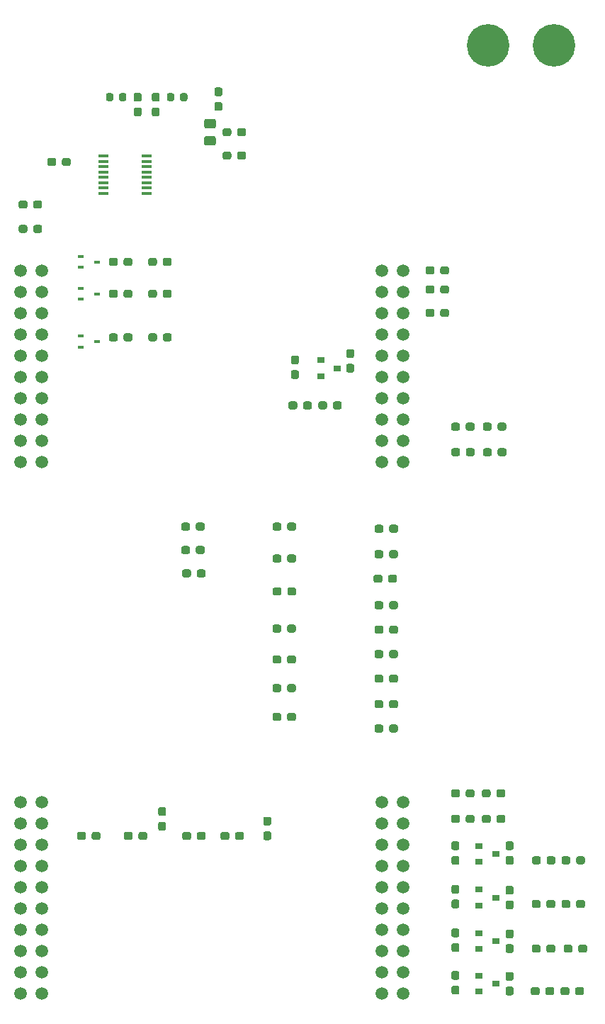
<source format=gbr>
%TF.GenerationSoftware,KiCad,Pcbnew,(5.1.6)-1*%
%TF.CreationDate,2021-12-02T00:23:03-06:00*%
%TF.ProjectId,SRA_Sensor_Board(connector_on_board),5352415f-5365-46e7-936f-725f426f6172,rev?*%
%TF.SameCoordinates,Original*%
%TF.FileFunction,Paste,Top*%
%TF.FilePolarity,Positive*%
%FSLAX46Y46*%
G04 Gerber Fmt 4.6, Leading zero omitted, Abs format (unit mm)*
G04 Created by KiCad (PCBNEW (5.1.6)-1) date 2021-12-02 00:23:03*
%MOMM*%
%LPD*%
G01*
G04 APERTURE LIST*
%ADD10C,1.520000*%
%ADD11C,5.080000*%
%ADD12R,0.900000X0.800000*%
%ADD13R,1.200000X0.400000*%
%ADD14R,0.700000X0.450000*%
G04 APERTURE END LIST*
D10*
%TO.C,U3*%
X88392000Y-136906000D03*
X85852000Y-131826000D03*
X42672000Y-70866000D03*
X88392000Y-121666000D03*
X85852000Y-119126000D03*
X88392000Y-124206000D03*
X88392000Y-129286000D03*
X88392000Y-134366000D03*
X42672000Y-73406000D03*
X85852000Y-139446000D03*
X88392000Y-131826000D03*
X88392000Y-139446000D03*
X85852000Y-116586000D03*
X42672000Y-75946000D03*
X85852000Y-121666000D03*
X85852000Y-124206000D03*
X85852000Y-134366000D03*
X88392000Y-126746000D03*
X85852000Y-129286000D03*
X45212000Y-53086000D03*
X85852000Y-136906000D03*
X88392000Y-116586000D03*
X88392000Y-119126000D03*
X85852000Y-126746000D03*
X85852000Y-70866000D03*
X85852000Y-65786000D03*
X42672000Y-55626000D03*
X45212000Y-70866000D03*
X88392000Y-53086000D03*
X88392000Y-63246000D03*
X88392000Y-70866000D03*
X85852000Y-73406000D03*
X42672000Y-65786000D03*
X85852000Y-60706000D03*
X85852000Y-53086000D03*
X85852000Y-58166000D03*
X85852000Y-63246000D03*
X88392000Y-55626000D03*
X42672000Y-53086000D03*
X45212000Y-55626000D03*
X45212000Y-58166000D03*
X85852000Y-68326000D03*
X88392000Y-60706000D03*
X45212000Y-60706000D03*
X88392000Y-73406000D03*
X42672000Y-68326000D03*
X42672000Y-60706000D03*
X85852000Y-55626000D03*
X42672000Y-58166000D03*
X45212000Y-63246000D03*
X45212000Y-65786000D03*
X45212000Y-73406000D03*
X88392000Y-68326000D03*
X85852000Y-75946000D03*
X88392000Y-75946000D03*
X42672000Y-63246000D03*
X45212000Y-68326000D03*
X88392000Y-58166000D03*
X45212000Y-75946000D03*
X88392000Y-65786000D03*
X45212000Y-124206000D03*
X45212000Y-139446000D03*
X45212000Y-131826000D03*
X45212000Y-134366000D03*
X45212000Y-136906000D03*
X45212000Y-126746000D03*
X45212000Y-129286000D03*
X42672000Y-134366000D03*
X42672000Y-124206000D03*
X42672000Y-121666000D03*
X45212000Y-119126000D03*
X42672000Y-126746000D03*
X45212000Y-116586000D03*
X42672000Y-119126000D03*
X42672000Y-131826000D03*
X42672000Y-116586000D03*
X42672000Y-139446000D03*
X45212000Y-121666000D03*
X42672000Y-136906000D03*
X42672000Y-129286000D03*
%TD*%
D11*
%TO.C,Conn1*%
X106426000Y-26187400D03*
X98552000Y-26187400D03*
%TD*%
%TO.C,C9*%
G36*
G01*
X53726500Y-32128750D02*
X53726500Y-32641250D01*
G75*
G02*
X53507750Y-32860000I-218750J0D01*
G01*
X53070250Y-32860000D01*
G75*
G02*
X52851500Y-32641250I0J218750D01*
G01*
X52851500Y-32128750D01*
G75*
G02*
X53070250Y-31910000I218750J0D01*
G01*
X53507750Y-31910000D01*
G75*
G02*
X53726500Y-32128750I0J-218750D01*
G01*
G37*
G36*
G01*
X55301500Y-32128750D02*
X55301500Y-32641250D01*
G75*
G02*
X55082750Y-32860000I-218750J0D01*
G01*
X54645250Y-32860000D01*
G75*
G02*
X54426500Y-32641250I0J218750D01*
G01*
X54426500Y-32128750D01*
G75*
G02*
X54645250Y-31910000I218750J0D01*
G01*
X55082750Y-31910000D01*
G75*
G02*
X55301500Y-32128750I0J-218750D01*
G01*
G37*
%TD*%
%TO.C,C8*%
G36*
G01*
X61716500Y-32641250D02*
X61716500Y-32128750D01*
G75*
G02*
X61935250Y-31910000I218750J0D01*
G01*
X62372750Y-31910000D01*
G75*
G02*
X62591500Y-32128750I0J-218750D01*
G01*
X62591500Y-32641250D01*
G75*
G02*
X62372750Y-32860000I-218750J0D01*
G01*
X61935250Y-32860000D01*
G75*
G02*
X61716500Y-32641250I0J218750D01*
G01*
G37*
G36*
G01*
X60141500Y-32641250D02*
X60141500Y-32128750D01*
G75*
G02*
X60360250Y-31910000I218750J0D01*
G01*
X60797750Y-31910000D01*
G75*
G02*
X61016500Y-32128750I0J-218750D01*
G01*
X61016500Y-32641250D01*
G75*
G02*
X60797750Y-32860000I-218750J0D01*
G01*
X60360250Y-32860000D01*
G75*
G02*
X60141500Y-32641250I0J218750D01*
G01*
G37*
%TD*%
%TO.C,C1*%
G36*
G01*
X49400000Y-120887500D02*
X49400000Y-120412500D01*
G75*
G02*
X49637500Y-120175000I237500J0D01*
G01*
X50212500Y-120175000D01*
G75*
G02*
X50450000Y-120412500I0J-237500D01*
G01*
X50450000Y-120887500D01*
G75*
G02*
X50212500Y-121125000I-237500J0D01*
G01*
X49637500Y-121125000D01*
G75*
G02*
X49400000Y-120887500I0J237500D01*
G01*
G37*
G36*
G01*
X51150000Y-120887500D02*
X51150000Y-120412500D01*
G75*
G02*
X51387500Y-120175000I237500J0D01*
G01*
X51962500Y-120175000D01*
G75*
G02*
X52200000Y-120412500I0J-237500D01*
G01*
X52200000Y-120887500D01*
G75*
G02*
X51962500Y-121125000I-237500J0D01*
G01*
X51387500Y-121125000D01*
G75*
G02*
X51150000Y-120887500I0J237500D01*
G01*
G37*
%TD*%
%TO.C,C2*%
G36*
G01*
X63723000Y-120887500D02*
X63723000Y-120412500D01*
G75*
G02*
X63960500Y-120175000I237500J0D01*
G01*
X64535500Y-120175000D01*
G75*
G02*
X64773000Y-120412500I0J-237500D01*
G01*
X64773000Y-120887500D01*
G75*
G02*
X64535500Y-121125000I-237500J0D01*
G01*
X63960500Y-121125000D01*
G75*
G02*
X63723000Y-120887500I0J237500D01*
G01*
G37*
G36*
G01*
X61973000Y-120887500D02*
X61973000Y-120412500D01*
G75*
G02*
X62210500Y-120175000I237500J0D01*
G01*
X62785500Y-120175000D01*
G75*
G02*
X63023000Y-120412500I0J-237500D01*
G01*
X63023000Y-120887500D01*
G75*
G02*
X62785500Y-121125000I-237500J0D01*
G01*
X62210500Y-121125000D01*
G75*
G02*
X61973000Y-120887500I0J237500D01*
G01*
G37*
%TD*%
%TO.C,C3*%
G36*
G01*
X56038000Y-120412500D02*
X56038000Y-120887500D01*
G75*
G02*
X55800500Y-121125000I-237500J0D01*
G01*
X55225500Y-121125000D01*
G75*
G02*
X54988000Y-120887500I0J237500D01*
G01*
X54988000Y-120412500D01*
G75*
G02*
X55225500Y-120175000I237500J0D01*
G01*
X55800500Y-120175000D01*
G75*
G02*
X56038000Y-120412500I0J-237500D01*
G01*
G37*
G36*
G01*
X57788000Y-120412500D02*
X57788000Y-120887500D01*
G75*
G02*
X57550500Y-121125000I-237500J0D01*
G01*
X56975500Y-121125000D01*
G75*
G02*
X56738000Y-120887500I0J237500D01*
G01*
X56738000Y-120412500D01*
G75*
G02*
X56975500Y-120175000I237500J0D01*
G01*
X57550500Y-120175000D01*
G75*
G02*
X57788000Y-120412500I0J-237500D01*
G01*
G37*
%TD*%
%TO.C,C4*%
G36*
G01*
X69345000Y-120412500D02*
X69345000Y-120887500D01*
G75*
G02*
X69107500Y-121125000I-237500J0D01*
G01*
X68532500Y-121125000D01*
G75*
G02*
X68295000Y-120887500I0J237500D01*
G01*
X68295000Y-120412500D01*
G75*
G02*
X68532500Y-120175000I237500J0D01*
G01*
X69107500Y-120175000D01*
G75*
G02*
X69345000Y-120412500I0J-237500D01*
G01*
G37*
G36*
G01*
X67595000Y-120412500D02*
X67595000Y-120887500D01*
G75*
G02*
X67357500Y-121125000I-237500J0D01*
G01*
X66782500Y-121125000D01*
G75*
G02*
X66545000Y-120887500I0J237500D01*
G01*
X66545000Y-120412500D01*
G75*
G02*
X66782500Y-120175000I237500J0D01*
G01*
X67357500Y-120175000D01*
G75*
G02*
X67595000Y-120412500I0J-237500D01*
G01*
G37*
%TD*%
%TO.C,C5*%
G36*
G01*
X66056500Y-31225000D02*
X66531500Y-31225000D01*
G75*
G02*
X66769000Y-31462500I0J-237500D01*
G01*
X66769000Y-32037500D01*
G75*
G02*
X66531500Y-32275000I-237500J0D01*
G01*
X66056500Y-32275000D01*
G75*
G02*
X65819000Y-32037500I0J237500D01*
G01*
X65819000Y-31462500D01*
G75*
G02*
X66056500Y-31225000I237500J0D01*
G01*
G37*
G36*
G01*
X66056500Y-32975000D02*
X66531500Y-32975000D01*
G75*
G02*
X66769000Y-33212500I0J-237500D01*
G01*
X66769000Y-33787500D01*
G75*
G02*
X66531500Y-34025000I-237500J0D01*
G01*
X66056500Y-34025000D01*
G75*
G02*
X65819000Y-33787500I0J237500D01*
G01*
X65819000Y-33212500D01*
G75*
G02*
X66056500Y-32975000I237500J0D01*
G01*
G37*
%TD*%
%TO.C,C6*%
G36*
G01*
X66785000Y-39607500D02*
X66785000Y-39132500D01*
G75*
G02*
X67022500Y-38895000I237500J0D01*
G01*
X67597500Y-38895000D01*
G75*
G02*
X67835000Y-39132500I0J-237500D01*
G01*
X67835000Y-39607500D01*
G75*
G02*
X67597500Y-39845000I-237500J0D01*
G01*
X67022500Y-39845000D01*
G75*
G02*
X66785000Y-39607500I0J237500D01*
G01*
G37*
G36*
G01*
X68535000Y-39607500D02*
X68535000Y-39132500D01*
G75*
G02*
X68772500Y-38895000I237500J0D01*
G01*
X69347500Y-38895000D01*
G75*
G02*
X69585000Y-39132500I0J-237500D01*
G01*
X69585000Y-39607500D01*
G75*
G02*
X69347500Y-39845000I-237500J0D01*
G01*
X68772500Y-39845000D01*
G75*
G02*
X68535000Y-39607500I0J237500D01*
G01*
G37*
%TD*%
%TO.C,C7*%
G36*
G01*
X68535000Y-36813500D02*
X68535000Y-36338500D01*
G75*
G02*
X68772500Y-36101000I237500J0D01*
G01*
X69347500Y-36101000D01*
G75*
G02*
X69585000Y-36338500I0J-237500D01*
G01*
X69585000Y-36813500D01*
G75*
G02*
X69347500Y-37051000I-237500J0D01*
G01*
X68772500Y-37051000D01*
G75*
G02*
X68535000Y-36813500I0J237500D01*
G01*
G37*
G36*
G01*
X66785000Y-36813500D02*
X66785000Y-36338500D01*
G75*
G02*
X67022500Y-36101000I237500J0D01*
G01*
X67597500Y-36101000D01*
G75*
G02*
X67835000Y-36338500I0J-237500D01*
G01*
X67835000Y-36813500D01*
G75*
G02*
X67597500Y-37051000I-237500J0D01*
G01*
X67022500Y-37051000D01*
G75*
G02*
X66785000Y-36813500I0J237500D01*
G01*
G37*
%TD*%
%TO.C,C10*%
G36*
G01*
X46894000Y-39894500D02*
X46894000Y-40369500D01*
G75*
G02*
X46656500Y-40607000I-237500J0D01*
G01*
X46081500Y-40607000D01*
G75*
G02*
X45844000Y-40369500I0J237500D01*
G01*
X45844000Y-39894500D01*
G75*
G02*
X46081500Y-39657000I237500J0D01*
G01*
X46656500Y-39657000D01*
G75*
G02*
X46894000Y-39894500I0J-237500D01*
G01*
G37*
G36*
G01*
X48644000Y-39894500D02*
X48644000Y-40369500D01*
G75*
G02*
X48406500Y-40607000I-237500J0D01*
G01*
X47831500Y-40607000D01*
G75*
G02*
X47594000Y-40369500I0J237500D01*
G01*
X47594000Y-39894500D01*
G75*
G02*
X47831500Y-39657000I237500J0D01*
G01*
X48406500Y-39657000D01*
G75*
G02*
X48644000Y-39894500I0J-237500D01*
G01*
G37*
%TD*%
%TO.C,D1*%
G36*
G01*
X73804000Y-102759500D02*
X73804000Y-103234500D01*
G75*
G02*
X73566500Y-103472000I-237500J0D01*
G01*
X72991500Y-103472000D01*
G75*
G02*
X72754000Y-103234500I0J237500D01*
G01*
X72754000Y-102759500D01*
G75*
G02*
X72991500Y-102522000I237500J0D01*
G01*
X73566500Y-102522000D01*
G75*
G02*
X73804000Y-102759500I0J-237500D01*
G01*
G37*
G36*
G01*
X75554000Y-102759500D02*
X75554000Y-103234500D01*
G75*
G02*
X75316500Y-103472000I-237500J0D01*
G01*
X74741500Y-103472000D01*
G75*
G02*
X74504000Y-103234500I0J237500D01*
G01*
X74504000Y-102759500D01*
G75*
G02*
X74741500Y-102522000I237500J0D01*
G01*
X75316500Y-102522000D01*
G75*
G02*
X75554000Y-102759500I0J-237500D01*
G01*
G37*
%TD*%
%TO.C,D2*%
G36*
G01*
X75554000Y-106188500D02*
X75554000Y-106663500D01*
G75*
G02*
X75316500Y-106901000I-237500J0D01*
G01*
X74741500Y-106901000D01*
G75*
G02*
X74504000Y-106663500I0J237500D01*
G01*
X74504000Y-106188500D01*
G75*
G02*
X74741500Y-105951000I237500J0D01*
G01*
X75316500Y-105951000D01*
G75*
G02*
X75554000Y-106188500I0J-237500D01*
G01*
G37*
G36*
G01*
X73804000Y-106188500D02*
X73804000Y-106663500D01*
G75*
G02*
X73566500Y-106901000I-237500J0D01*
G01*
X72991500Y-106901000D01*
G75*
G02*
X72754000Y-106663500I0J237500D01*
G01*
X72754000Y-106188500D01*
G75*
G02*
X72991500Y-105951000I237500J0D01*
G01*
X73566500Y-105951000D01*
G75*
G02*
X73804000Y-106188500I0J-237500D01*
G01*
G37*
%TD*%
%TO.C,D3*%
G36*
G01*
X64759000Y-89043500D02*
X64759000Y-89518500D01*
G75*
G02*
X64521500Y-89756000I-237500J0D01*
G01*
X63946500Y-89756000D01*
G75*
G02*
X63709000Y-89518500I0J237500D01*
G01*
X63709000Y-89043500D01*
G75*
G02*
X63946500Y-88806000I237500J0D01*
G01*
X64521500Y-88806000D01*
G75*
G02*
X64759000Y-89043500I0J-237500D01*
G01*
G37*
G36*
G01*
X63009000Y-89043500D02*
X63009000Y-89518500D01*
G75*
G02*
X62771500Y-89756000I-237500J0D01*
G01*
X62196500Y-89756000D01*
G75*
G02*
X61959000Y-89518500I0J237500D01*
G01*
X61959000Y-89043500D01*
G75*
G02*
X62196500Y-88806000I237500J0D01*
G01*
X62771500Y-88806000D01*
G75*
G02*
X63009000Y-89043500I0J-237500D01*
G01*
G37*
%TD*%
%TO.C,D4*%
G36*
G01*
X64646000Y-86249500D02*
X64646000Y-86724500D01*
G75*
G02*
X64408500Y-86962000I-237500J0D01*
G01*
X63833500Y-86962000D01*
G75*
G02*
X63596000Y-86724500I0J237500D01*
G01*
X63596000Y-86249500D01*
G75*
G02*
X63833500Y-86012000I237500J0D01*
G01*
X64408500Y-86012000D01*
G75*
G02*
X64646000Y-86249500I0J-237500D01*
G01*
G37*
G36*
G01*
X62896000Y-86249500D02*
X62896000Y-86724500D01*
G75*
G02*
X62658500Y-86962000I-237500J0D01*
G01*
X62083500Y-86962000D01*
G75*
G02*
X61846000Y-86724500I0J237500D01*
G01*
X61846000Y-86249500D01*
G75*
G02*
X62083500Y-86012000I237500J0D01*
G01*
X62658500Y-86012000D01*
G75*
G02*
X62896000Y-86249500I0J-237500D01*
G01*
G37*
%TD*%
%TO.C,D5*%
G36*
G01*
X62896000Y-83455500D02*
X62896000Y-83930500D01*
G75*
G02*
X62658500Y-84168000I-237500J0D01*
G01*
X62083500Y-84168000D01*
G75*
G02*
X61846000Y-83930500I0J237500D01*
G01*
X61846000Y-83455500D01*
G75*
G02*
X62083500Y-83218000I237500J0D01*
G01*
X62658500Y-83218000D01*
G75*
G02*
X62896000Y-83455500I0J-237500D01*
G01*
G37*
G36*
G01*
X64646000Y-83455500D02*
X64646000Y-83930500D01*
G75*
G02*
X64408500Y-84168000I-237500J0D01*
G01*
X63833500Y-84168000D01*
G75*
G02*
X63596000Y-83930500I0J237500D01*
G01*
X63596000Y-83455500D01*
G75*
G02*
X63833500Y-83218000I237500J0D01*
G01*
X64408500Y-83218000D01*
G75*
G02*
X64646000Y-83455500I0J-237500D01*
G01*
G37*
%TD*%
%TO.C,D6*%
G36*
G01*
X85883000Y-89678500D02*
X85883000Y-90153500D01*
G75*
G02*
X85645500Y-90391000I-237500J0D01*
G01*
X85070500Y-90391000D01*
G75*
G02*
X84833000Y-90153500I0J237500D01*
G01*
X84833000Y-89678500D01*
G75*
G02*
X85070500Y-89441000I237500J0D01*
G01*
X85645500Y-89441000D01*
G75*
G02*
X85883000Y-89678500I0J-237500D01*
G01*
G37*
G36*
G01*
X87633000Y-89678500D02*
X87633000Y-90153500D01*
G75*
G02*
X87395500Y-90391000I-237500J0D01*
G01*
X86820500Y-90391000D01*
G75*
G02*
X86583000Y-90153500I0J237500D01*
G01*
X86583000Y-89678500D01*
G75*
G02*
X86820500Y-89441000I237500J0D01*
G01*
X87395500Y-89441000D01*
G75*
G02*
X87633000Y-89678500I0J-237500D01*
G01*
G37*
%TD*%
%TO.C,D10*%
G36*
G01*
X84946000Y-108060500D02*
X84946000Y-107585500D01*
G75*
G02*
X85183500Y-107348000I237500J0D01*
G01*
X85758500Y-107348000D01*
G75*
G02*
X85996000Y-107585500I0J-237500D01*
G01*
X85996000Y-108060500D01*
G75*
G02*
X85758500Y-108298000I-237500J0D01*
G01*
X85183500Y-108298000D01*
G75*
G02*
X84946000Y-108060500I0J237500D01*
G01*
G37*
G36*
G01*
X86696000Y-108060500D02*
X86696000Y-107585500D01*
G75*
G02*
X86933500Y-107348000I237500J0D01*
G01*
X87508500Y-107348000D01*
G75*
G02*
X87746000Y-107585500I0J-237500D01*
G01*
X87746000Y-108060500D01*
G75*
G02*
X87508500Y-108298000I-237500J0D01*
G01*
X86933500Y-108298000D01*
G75*
G02*
X86696000Y-108060500I0J237500D01*
G01*
G37*
%TD*%
%TO.C,D11*%
G36*
G01*
X86696000Y-105139500D02*
X86696000Y-104664500D01*
G75*
G02*
X86933500Y-104427000I237500J0D01*
G01*
X87508500Y-104427000D01*
G75*
G02*
X87746000Y-104664500I0J-237500D01*
G01*
X87746000Y-105139500D01*
G75*
G02*
X87508500Y-105377000I-237500J0D01*
G01*
X86933500Y-105377000D01*
G75*
G02*
X86696000Y-105139500I0J237500D01*
G01*
G37*
G36*
G01*
X84946000Y-105139500D02*
X84946000Y-104664500D01*
G75*
G02*
X85183500Y-104427000I237500J0D01*
G01*
X85758500Y-104427000D01*
G75*
G02*
X85996000Y-104664500I0J-237500D01*
G01*
X85996000Y-105139500D01*
G75*
G02*
X85758500Y-105377000I-237500J0D01*
G01*
X85183500Y-105377000D01*
G75*
G02*
X84946000Y-105139500I0J237500D01*
G01*
G37*
%TD*%
%TO.C,D12*%
G36*
G01*
X84946000Y-102091500D02*
X84946000Y-101616500D01*
G75*
G02*
X85183500Y-101379000I237500J0D01*
G01*
X85758500Y-101379000D01*
G75*
G02*
X85996000Y-101616500I0J-237500D01*
G01*
X85996000Y-102091500D01*
G75*
G02*
X85758500Y-102329000I-237500J0D01*
G01*
X85183500Y-102329000D01*
G75*
G02*
X84946000Y-102091500I0J237500D01*
G01*
G37*
G36*
G01*
X86696000Y-102091500D02*
X86696000Y-101616500D01*
G75*
G02*
X86933500Y-101379000I237500J0D01*
G01*
X87508500Y-101379000D01*
G75*
G02*
X87746000Y-101616500I0J-237500D01*
G01*
X87746000Y-102091500D01*
G75*
G02*
X87508500Y-102329000I-237500J0D01*
G01*
X86933500Y-102329000D01*
G75*
G02*
X86696000Y-102091500I0J237500D01*
G01*
G37*
%TD*%
%TO.C,D13*%
G36*
G01*
X86696000Y-99170500D02*
X86696000Y-98695500D01*
G75*
G02*
X86933500Y-98458000I237500J0D01*
G01*
X87508500Y-98458000D01*
G75*
G02*
X87746000Y-98695500I0J-237500D01*
G01*
X87746000Y-99170500D01*
G75*
G02*
X87508500Y-99408000I-237500J0D01*
G01*
X86933500Y-99408000D01*
G75*
G02*
X86696000Y-99170500I0J237500D01*
G01*
G37*
G36*
G01*
X84946000Y-99170500D02*
X84946000Y-98695500D01*
G75*
G02*
X85183500Y-98458000I237500J0D01*
G01*
X85758500Y-98458000D01*
G75*
G02*
X85996000Y-98695500I0J-237500D01*
G01*
X85996000Y-99170500D01*
G75*
G02*
X85758500Y-99408000I-237500J0D01*
G01*
X85183500Y-99408000D01*
G75*
G02*
X84946000Y-99170500I0J237500D01*
G01*
G37*
%TD*%
%TO.C,D14*%
G36*
G01*
X86710000Y-84184500D02*
X86710000Y-83709500D01*
G75*
G02*
X86947500Y-83472000I237500J0D01*
G01*
X87522500Y-83472000D01*
G75*
G02*
X87760000Y-83709500I0J-237500D01*
G01*
X87760000Y-84184500D01*
G75*
G02*
X87522500Y-84422000I-237500J0D01*
G01*
X86947500Y-84422000D01*
G75*
G02*
X86710000Y-84184500I0J237500D01*
G01*
G37*
G36*
G01*
X84960000Y-84184500D02*
X84960000Y-83709500D01*
G75*
G02*
X85197500Y-83472000I237500J0D01*
G01*
X85772500Y-83472000D01*
G75*
G02*
X86010000Y-83709500I0J-237500D01*
G01*
X86010000Y-84184500D01*
G75*
G02*
X85772500Y-84422000I-237500J0D01*
G01*
X85197500Y-84422000D01*
G75*
G02*
X84960000Y-84184500I0J237500D01*
G01*
G37*
%TD*%
%TO.C,D15*%
G36*
G01*
X84946000Y-87232500D02*
X84946000Y-86757500D01*
G75*
G02*
X85183500Y-86520000I237500J0D01*
G01*
X85758500Y-86520000D01*
G75*
G02*
X85996000Y-86757500I0J-237500D01*
G01*
X85996000Y-87232500D01*
G75*
G02*
X85758500Y-87470000I-237500J0D01*
G01*
X85183500Y-87470000D01*
G75*
G02*
X84946000Y-87232500I0J237500D01*
G01*
G37*
G36*
G01*
X86696000Y-87232500D02*
X86696000Y-86757500D01*
G75*
G02*
X86933500Y-86520000I237500J0D01*
G01*
X87508500Y-86520000D01*
G75*
G02*
X87746000Y-86757500I0J-237500D01*
G01*
X87746000Y-87232500D01*
G75*
G02*
X87508500Y-87470000I-237500J0D01*
G01*
X86933500Y-87470000D01*
G75*
G02*
X86696000Y-87232500I0J237500D01*
G01*
G37*
%TD*%
%TO.C,FB1*%
G36*
G01*
X65728001Y-38176000D02*
X64827999Y-38176000D01*
G75*
G02*
X64578000Y-37926001I0J249999D01*
G01*
X64578000Y-37275999D01*
G75*
G02*
X64827999Y-37026000I249999J0D01*
G01*
X65728001Y-37026000D01*
G75*
G02*
X65978000Y-37275999I0J-249999D01*
G01*
X65978000Y-37926001D01*
G75*
G02*
X65728001Y-38176000I-249999J0D01*
G01*
G37*
G36*
G01*
X65728001Y-36126000D02*
X64827999Y-36126000D01*
G75*
G02*
X64578000Y-35876001I0J249999D01*
G01*
X64578000Y-35225999D01*
G75*
G02*
X64827999Y-34976000I249999J0D01*
G01*
X65728001Y-34976000D01*
G75*
G02*
X65978000Y-35225999I0J-249999D01*
G01*
X65978000Y-35876001D01*
G75*
G02*
X65728001Y-36126000I-249999J0D01*
G01*
G37*
%TD*%
D12*
%TO.C,Q2*%
X97425000Y-132273000D03*
X97425000Y-134173000D03*
X99425000Y-133223000D03*
%TD*%
%TO.C,Q3*%
X99425000Y-122809000D03*
X97425000Y-123759000D03*
X97425000Y-121859000D03*
%TD*%
%TO.C,Q4*%
X99425000Y-138303000D03*
X97425000Y-139253000D03*
X97425000Y-137353000D03*
%TD*%
%TO.C,Q5*%
X80502000Y-64770000D03*
X78502000Y-65720000D03*
X78502000Y-63820000D03*
%TD*%
%TO.C,Q6*%
X97425000Y-127066000D03*
X97425000Y-128966000D03*
X99425000Y-128016000D03*
%TD*%
%TO.C,R2*%
G36*
G01*
X71898500Y-120111000D02*
X72373500Y-120111000D01*
G75*
G02*
X72611000Y-120348500I0J-237500D01*
G01*
X72611000Y-120923500D01*
G75*
G02*
X72373500Y-121161000I-237500J0D01*
G01*
X71898500Y-121161000D01*
G75*
G02*
X71661000Y-120923500I0J237500D01*
G01*
X71661000Y-120348500D01*
G75*
G02*
X71898500Y-120111000I237500J0D01*
G01*
G37*
G36*
G01*
X71898500Y-118361000D02*
X72373500Y-118361000D01*
G75*
G02*
X72611000Y-118598500I0J-237500D01*
G01*
X72611000Y-119173500D01*
G75*
G02*
X72373500Y-119411000I-237500J0D01*
G01*
X71898500Y-119411000D01*
G75*
G02*
X71661000Y-119173500I0J237500D01*
G01*
X71661000Y-118598500D01*
G75*
G02*
X71898500Y-118361000I237500J0D01*
G01*
G37*
%TD*%
%TO.C,R3*%
G36*
G01*
X93856000Y-57928500D02*
X93856000Y-58403500D01*
G75*
G02*
X93618500Y-58641000I-237500J0D01*
G01*
X93043500Y-58641000D01*
G75*
G02*
X92806000Y-58403500I0J237500D01*
G01*
X92806000Y-57928500D01*
G75*
G02*
X93043500Y-57691000I237500J0D01*
G01*
X93618500Y-57691000D01*
G75*
G02*
X93856000Y-57928500I0J-237500D01*
G01*
G37*
G36*
G01*
X92106000Y-57928500D02*
X92106000Y-58403500D01*
G75*
G02*
X91868500Y-58641000I-237500J0D01*
G01*
X91293500Y-58641000D01*
G75*
G02*
X91056000Y-58403500I0J237500D01*
G01*
X91056000Y-57928500D01*
G75*
G02*
X91293500Y-57691000I237500J0D01*
G01*
X91868500Y-57691000D01*
G75*
G02*
X92106000Y-57928500I0J-237500D01*
G01*
G37*
%TD*%
%TO.C,R4*%
G36*
G01*
X92106000Y-55134500D02*
X92106000Y-55609500D01*
G75*
G02*
X91868500Y-55847000I-237500J0D01*
G01*
X91293500Y-55847000D01*
G75*
G02*
X91056000Y-55609500I0J237500D01*
G01*
X91056000Y-55134500D01*
G75*
G02*
X91293500Y-54897000I237500J0D01*
G01*
X91868500Y-54897000D01*
G75*
G02*
X92106000Y-55134500I0J-237500D01*
G01*
G37*
G36*
G01*
X93856000Y-55134500D02*
X93856000Y-55609500D01*
G75*
G02*
X93618500Y-55847000I-237500J0D01*
G01*
X93043500Y-55847000D01*
G75*
G02*
X92806000Y-55609500I0J237500D01*
G01*
X92806000Y-55134500D01*
G75*
G02*
X93043500Y-54897000I237500J0D01*
G01*
X93618500Y-54897000D01*
G75*
G02*
X93856000Y-55134500I0J-237500D01*
G01*
G37*
%TD*%
%TO.C,R5*%
G36*
G01*
X91056000Y-53323500D02*
X91056000Y-52848500D01*
G75*
G02*
X91293500Y-52611000I237500J0D01*
G01*
X91868500Y-52611000D01*
G75*
G02*
X92106000Y-52848500I0J-237500D01*
G01*
X92106000Y-53323500D01*
G75*
G02*
X91868500Y-53561000I-237500J0D01*
G01*
X91293500Y-53561000D01*
G75*
G02*
X91056000Y-53323500I0J237500D01*
G01*
G37*
G36*
G01*
X92806000Y-53323500D02*
X92806000Y-52848500D01*
G75*
G02*
X93043500Y-52611000I237500J0D01*
G01*
X93618500Y-52611000D01*
G75*
G02*
X93856000Y-52848500I0J-237500D01*
G01*
X93856000Y-53323500D01*
G75*
G02*
X93618500Y-53561000I-237500J0D01*
G01*
X93043500Y-53561000D01*
G75*
G02*
X92806000Y-53323500I0J237500D01*
G01*
G37*
%TD*%
%TO.C,R6*%
G36*
G01*
X81029000Y-68977500D02*
X81029000Y-69452500D01*
G75*
G02*
X80791500Y-69690000I-237500J0D01*
G01*
X80216500Y-69690000D01*
G75*
G02*
X79979000Y-69452500I0J237500D01*
G01*
X79979000Y-68977500D01*
G75*
G02*
X80216500Y-68740000I237500J0D01*
G01*
X80791500Y-68740000D01*
G75*
G02*
X81029000Y-68977500I0J-237500D01*
G01*
G37*
G36*
G01*
X79279000Y-68977500D02*
X79279000Y-69452500D01*
G75*
G02*
X79041500Y-69690000I-237500J0D01*
G01*
X78466500Y-69690000D01*
G75*
G02*
X78229000Y-69452500I0J237500D01*
G01*
X78229000Y-68977500D01*
G75*
G02*
X78466500Y-68740000I237500J0D01*
G01*
X79041500Y-68740000D01*
G75*
G02*
X79279000Y-68977500I0J-237500D01*
G01*
G37*
%TD*%
%TO.C,R10*%
G36*
G01*
X105492000Y-129015500D02*
X105492000Y-128540500D01*
G75*
G02*
X105729500Y-128303000I237500J0D01*
G01*
X106304500Y-128303000D01*
G75*
G02*
X106542000Y-128540500I0J-237500D01*
G01*
X106542000Y-129015500D01*
G75*
G02*
X106304500Y-129253000I-237500J0D01*
G01*
X105729500Y-129253000D01*
G75*
G02*
X105492000Y-129015500I0J237500D01*
G01*
G37*
G36*
G01*
X103742000Y-129015500D02*
X103742000Y-128540500D01*
G75*
G02*
X103979500Y-128303000I237500J0D01*
G01*
X104554500Y-128303000D01*
G75*
G02*
X104792000Y-128540500I0J-237500D01*
G01*
X104792000Y-129015500D01*
G75*
G02*
X104554500Y-129253000I-237500J0D01*
G01*
X103979500Y-129253000D01*
G75*
G02*
X103742000Y-129015500I0J237500D01*
G01*
G37*
%TD*%
%TO.C,R11*%
G36*
G01*
X103770000Y-123808500D02*
X103770000Y-123333500D01*
G75*
G02*
X104007500Y-123096000I237500J0D01*
G01*
X104582500Y-123096000D01*
G75*
G02*
X104820000Y-123333500I0J-237500D01*
G01*
X104820000Y-123808500D01*
G75*
G02*
X104582500Y-124046000I-237500J0D01*
G01*
X104007500Y-124046000D01*
G75*
G02*
X103770000Y-123808500I0J237500D01*
G01*
G37*
G36*
G01*
X105520000Y-123808500D02*
X105520000Y-123333500D01*
G75*
G02*
X105757500Y-123096000I237500J0D01*
G01*
X106332500Y-123096000D01*
G75*
G02*
X106570000Y-123333500I0J-237500D01*
G01*
X106570000Y-123808500D01*
G75*
G02*
X106332500Y-124046000I-237500J0D01*
G01*
X105757500Y-124046000D01*
G75*
G02*
X105520000Y-123808500I0J237500D01*
G01*
G37*
%TD*%
%TO.C,R12*%
G36*
G01*
X103629000Y-139429500D02*
X103629000Y-138954500D01*
G75*
G02*
X103866500Y-138717000I237500J0D01*
G01*
X104441500Y-138717000D01*
G75*
G02*
X104679000Y-138954500I0J-237500D01*
G01*
X104679000Y-139429500D01*
G75*
G02*
X104441500Y-139667000I-237500J0D01*
G01*
X103866500Y-139667000D01*
G75*
G02*
X103629000Y-139429500I0J237500D01*
G01*
G37*
G36*
G01*
X105379000Y-139429500D02*
X105379000Y-138954500D01*
G75*
G02*
X105616500Y-138717000I237500J0D01*
G01*
X106191500Y-138717000D01*
G75*
G02*
X106429000Y-138954500I0J-237500D01*
G01*
X106429000Y-139429500D01*
G75*
G02*
X106191500Y-139667000I-237500J0D01*
G01*
X105616500Y-139667000D01*
G75*
G02*
X105379000Y-139429500I0J237500D01*
G01*
G37*
%TD*%
%TO.C,R13*%
G36*
G01*
X105492000Y-134349500D02*
X105492000Y-133874500D01*
G75*
G02*
X105729500Y-133637000I237500J0D01*
G01*
X106304500Y-133637000D01*
G75*
G02*
X106542000Y-133874500I0J-237500D01*
G01*
X106542000Y-134349500D01*
G75*
G02*
X106304500Y-134587000I-237500J0D01*
G01*
X105729500Y-134587000D01*
G75*
G02*
X105492000Y-134349500I0J237500D01*
G01*
G37*
G36*
G01*
X103742000Y-134349500D02*
X103742000Y-133874500D01*
G75*
G02*
X103979500Y-133637000I237500J0D01*
G01*
X104554500Y-133637000D01*
G75*
G02*
X104792000Y-133874500I0J-237500D01*
G01*
X104792000Y-134349500D01*
G75*
G02*
X104554500Y-134587000I-237500J0D01*
G01*
X103979500Y-134587000D01*
G75*
G02*
X103742000Y-134349500I0J237500D01*
G01*
G37*
%TD*%
%TO.C,R15*%
G36*
G01*
X94377500Y-131710000D02*
X94852500Y-131710000D01*
G75*
G02*
X95090000Y-131947500I0J-237500D01*
G01*
X95090000Y-132522500D01*
G75*
G02*
X94852500Y-132760000I-237500J0D01*
G01*
X94377500Y-132760000D01*
G75*
G02*
X94140000Y-132522500I0J237500D01*
G01*
X94140000Y-131947500D01*
G75*
G02*
X94377500Y-131710000I237500J0D01*
G01*
G37*
G36*
G01*
X94377500Y-133460000D02*
X94852500Y-133460000D01*
G75*
G02*
X95090000Y-133697500I0J-237500D01*
G01*
X95090000Y-134272500D01*
G75*
G02*
X94852500Y-134510000I-237500J0D01*
G01*
X94377500Y-134510000D01*
G75*
G02*
X94140000Y-134272500I0J237500D01*
G01*
X94140000Y-133697500D01*
G75*
G02*
X94377500Y-133460000I237500J0D01*
G01*
G37*
%TD*%
%TO.C,R16*%
G36*
G01*
X94377500Y-121296000D02*
X94852500Y-121296000D01*
G75*
G02*
X95090000Y-121533500I0J-237500D01*
G01*
X95090000Y-122108500D01*
G75*
G02*
X94852500Y-122346000I-237500J0D01*
G01*
X94377500Y-122346000D01*
G75*
G02*
X94140000Y-122108500I0J237500D01*
G01*
X94140000Y-121533500D01*
G75*
G02*
X94377500Y-121296000I237500J0D01*
G01*
G37*
G36*
G01*
X94377500Y-123046000D02*
X94852500Y-123046000D01*
G75*
G02*
X95090000Y-123283500I0J-237500D01*
G01*
X95090000Y-123858500D01*
G75*
G02*
X94852500Y-124096000I-237500J0D01*
G01*
X94377500Y-124096000D01*
G75*
G02*
X94140000Y-123858500I0J237500D01*
G01*
X94140000Y-123283500D01*
G75*
G02*
X94377500Y-123046000I237500J0D01*
G01*
G37*
%TD*%
%TO.C,R18*%
G36*
G01*
X100854500Y-133587000D02*
X101329500Y-133587000D01*
G75*
G02*
X101567000Y-133824500I0J-237500D01*
G01*
X101567000Y-134399500D01*
G75*
G02*
X101329500Y-134637000I-237500J0D01*
G01*
X100854500Y-134637000D01*
G75*
G02*
X100617000Y-134399500I0J237500D01*
G01*
X100617000Y-133824500D01*
G75*
G02*
X100854500Y-133587000I237500J0D01*
G01*
G37*
G36*
G01*
X100854500Y-131837000D02*
X101329500Y-131837000D01*
G75*
G02*
X101567000Y-132074500I0J-237500D01*
G01*
X101567000Y-132649500D01*
G75*
G02*
X101329500Y-132887000I-237500J0D01*
G01*
X100854500Y-132887000D01*
G75*
G02*
X100617000Y-132649500I0J237500D01*
G01*
X100617000Y-132074500D01*
G75*
G02*
X100854500Y-131837000I237500J0D01*
G01*
G37*
%TD*%
%TO.C,R19*%
G36*
G01*
X100854500Y-123046000D02*
X101329500Y-123046000D01*
G75*
G02*
X101567000Y-123283500I0J-237500D01*
G01*
X101567000Y-123858500D01*
G75*
G02*
X101329500Y-124096000I-237500J0D01*
G01*
X100854500Y-124096000D01*
G75*
G02*
X100617000Y-123858500I0J237500D01*
G01*
X100617000Y-123283500D01*
G75*
G02*
X100854500Y-123046000I237500J0D01*
G01*
G37*
G36*
G01*
X100854500Y-121296000D02*
X101329500Y-121296000D01*
G75*
G02*
X101567000Y-121533500I0J-237500D01*
G01*
X101567000Y-122108500D01*
G75*
G02*
X101329500Y-122346000I-237500J0D01*
G01*
X100854500Y-122346000D01*
G75*
G02*
X100617000Y-122108500I0J237500D01*
G01*
X100617000Y-121533500D01*
G75*
G02*
X100854500Y-121296000I237500J0D01*
G01*
G37*
%TD*%
%TO.C,R20*%
G36*
G01*
X59038500Y-34674000D02*
X58563500Y-34674000D01*
G75*
G02*
X58326000Y-34436500I0J237500D01*
G01*
X58326000Y-33861500D01*
G75*
G02*
X58563500Y-33624000I237500J0D01*
G01*
X59038500Y-33624000D01*
G75*
G02*
X59276000Y-33861500I0J-237500D01*
G01*
X59276000Y-34436500D01*
G75*
G02*
X59038500Y-34674000I-237500J0D01*
G01*
G37*
G36*
G01*
X59038500Y-32924000D02*
X58563500Y-32924000D01*
G75*
G02*
X58326000Y-32686500I0J237500D01*
G01*
X58326000Y-32111500D01*
G75*
G02*
X58563500Y-31874000I237500J0D01*
G01*
X59038500Y-31874000D01*
G75*
G02*
X59276000Y-32111500I0J-237500D01*
G01*
X59276000Y-32686500D01*
G75*
G02*
X59038500Y-32924000I-237500J0D01*
G01*
G37*
%TD*%
%TO.C,R21*%
G36*
G01*
X56879500Y-34674000D02*
X56404500Y-34674000D01*
G75*
G02*
X56167000Y-34436500I0J237500D01*
G01*
X56167000Y-33861500D01*
G75*
G02*
X56404500Y-33624000I237500J0D01*
G01*
X56879500Y-33624000D01*
G75*
G02*
X57117000Y-33861500I0J-237500D01*
G01*
X57117000Y-34436500D01*
G75*
G02*
X56879500Y-34674000I-237500J0D01*
G01*
G37*
G36*
G01*
X56879500Y-32924000D02*
X56404500Y-32924000D01*
G75*
G02*
X56167000Y-32686500I0J237500D01*
G01*
X56167000Y-32111500D01*
G75*
G02*
X56404500Y-31874000I237500J0D01*
G01*
X56879500Y-31874000D01*
G75*
G02*
X57117000Y-32111500I0J-237500D01*
G01*
X57117000Y-32686500D01*
G75*
G02*
X56879500Y-32924000I-237500J0D01*
G01*
G37*
%TD*%
%TO.C,R22*%
G36*
G01*
X94377500Y-136790000D02*
X94852500Y-136790000D01*
G75*
G02*
X95090000Y-137027500I0J-237500D01*
G01*
X95090000Y-137602500D01*
G75*
G02*
X94852500Y-137840000I-237500J0D01*
G01*
X94377500Y-137840000D01*
G75*
G02*
X94140000Y-137602500I0J237500D01*
G01*
X94140000Y-137027500D01*
G75*
G02*
X94377500Y-136790000I237500J0D01*
G01*
G37*
G36*
G01*
X94377500Y-138540000D02*
X94852500Y-138540000D01*
G75*
G02*
X95090000Y-138777500I0J-237500D01*
G01*
X95090000Y-139352500D01*
G75*
G02*
X94852500Y-139590000I-237500J0D01*
G01*
X94377500Y-139590000D01*
G75*
G02*
X94140000Y-139352500I0J237500D01*
G01*
X94140000Y-138777500D01*
G75*
G02*
X94377500Y-138540000I237500J0D01*
G01*
G37*
%TD*%
%TO.C,R23*%
G36*
G01*
X75200500Y-65007000D02*
X75675500Y-65007000D01*
G75*
G02*
X75913000Y-65244500I0J-237500D01*
G01*
X75913000Y-65819500D01*
G75*
G02*
X75675500Y-66057000I-237500J0D01*
G01*
X75200500Y-66057000D01*
G75*
G02*
X74963000Y-65819500I0J237500D01*
G01*
X74963000Y-65244500D01*
G75*
G02*
X75200500Y-65007000I237500J0D01*
G01*
G37*
G36*
G01*
X75200500Y-63257000D02*
X75675500Y-63257000D01*
G75*
G02*
X75913000Y-63494500I0J-237500D01*
G01*
X75913000Y-64069500D01*
G75*
G02*
X75675500Y-64307000I-237500J0D01*
G01*
X75200500Y-64307000D01*
G75*
G02*
X74963000Y-64069500I0J237500D01*
G01*
X74963000Y-63494500D01*
G75*
G02*
X75200500Y-63257000I237500J0D01*
G01*
G37*
%TD*%
%TO.C,R24*%
G36*
G01*
X94377500Y-126503000D02*
X94852500Y-126503000D01*
G75*
G02*
X95090000Y-126740500I0J-237500D01*
G01*
X95090000Y-127315500D01*
G75*
G02*
X94852500Y-127553000I-237500J0D01*
G01*
X94377500Y-127553000D01*
G75*
G02*
X94140000Y-127315500I0J237500D01*
G01*
X94140000Y-126740500D01*
G75*
G02*
X94377500Y-126503000I237500J0D01*
G01*
G37*
G36*
G01*
X94377500Y-128253000D02*
X94852500Y-128253000D01*
G75*
G02*
X95090000Y-128490500I0J-237500D01*
G01*
X95090000Y-129065500D01*
G75*
G02*
X94852500Y-129303000I-237500J0D01*
G01*
X94377500Y-129303000D01*
G75*
G02*
X94140000Y-129065500I0J237500D01*
G01*
X94140000Y-128490500D01*
G75*
G02*
X94377500Y-128253000I237500J0D01*
G01*
G37*
%TD*%
%TO.C,R25*%
G36*
G01*
X100854500Y-138653000D02*
X101329500Y-138653000D01*
G75*
G02*
X101567000Y-138890500I0J-237500D01*
G01*
X101567000Y-139465500D01*
G75*
G02*
X101329500Y-139703000I-237500J0D01*
G01*
X100854500Y-139703000D01*
G75*
G02*
X100617000Y-139465500I0J237500D01*
G01*
X100617000Y-138890500D01*
G75*
G02*
X100854500Y-138653000I237500J0D01*
G01*
G37*
G36*
G01*
X100854500Y-136903000D02*
X101329500Y-136903000D01*
G75*
G02*
X101567000Y-137140500I0J-237500D01*
G01*
X101567000Y-137715500D01*
G75*
G02*
X101329500Y-137953000I-237500J0D01*
G01*
X100854500Y-137953000D01*
G75*
G02*
X100617000Y-137715500I0J237500D01*
G01*
X100617000Y-137140500D01*
G75*
G02*
X100854500Y-136903000I237500J0D01*
G01*
G37*
%TD*%
%TO.C,R26*%
G36*
G01*
X81804500Y-62495000D02*
X82279500Y-62495000D01*
G75*
G02*
X82517000Y-62732500I0J-237500D01*
G01*
X82517000Y-63307500D01*
G75*
G02*
X82279500Y-63545000I-237500J0D01*
G01*
X81804500Y-63545000D01*
G75*
G02*
X81567000Y-63307500I0J237500D01*
G01*
X81567000Y-62732500D01*
G75*
G02*
X81804500Y-62495000I237500J0D01*
G01*
G37*
G36*
G01*
X81804500Y-64245000D02*
X82279500Y-64245000D01*
G75*
G02*
X82517000Y-64482500I0J-237500D01*
G01*
X82517000Y-65057500D01*
G75*
G02*
X82279500Y-65295000I-237500J0D01*
G01*
X81804500Y-65295000D01*
G75*
G02*
X81567000Y-65057500I0J237500D01*
G01*
X81567000Y-64482500D01*
G75*
G02*
X81804500Y-64245000I237500J0D01*
G01*
G37*
%TD*%
%TO.C,R27*%
G36*
G01*
X100854500Y-128366000D02*
X101329500Y-128366000D01*
G75*
G02*
X101567000Y-128603500I0J-237500D01*
G01*
X101567000Y-129178500D01*
G75*
G02*
X101329500Y-129416000I-237500J0D01*
G01*
X100854500Y-129416000D01*
G75*
G02*
X100617000Y-129178500I0J237500D01*
G01*
X100617000Y-128603500D01*
G75*
G02*
X100854500Y-128366000I237500J0D01*
G01*
G37*
G36*
G01*
X100854500Y-126616000D02*
X101329500Y-126616000D01*
G75*
G02*
X101567000Y-126853500I0J-237500D01*
G01*
X101567000Y-127428500D01*
G75*
G02*
X101329500Y-127666000I-237500J0D01*
G01*
X100854500Y-127666000D01*
G75*
G02*
X100617000Y-127428500I0J237500D01*
G01*
X100617000Y-126853500D01*
G75*
G02*
X100854500Y-126616000I237500J0D01*
G01*
G37*
%TD*%
%TO.C,R28*%
G36*
G01*
X95154000Y-71517500D02*
X95154000Y-71992500D01*
G75*
G02*
X94916500Y-72230000I-237500J0D01*
G01*
X94341500Y-72230000D01*
G75*
G02*
X94104000Y-71992500I0J237500D01*
G01*
X94104000Y-71517500D01*
G75*
G02*
X94341500Y-71280000I237500J0D01*
G01*
X94916500Y-71280000D01*
G75*
G02*
X95154000Y-71517500I0J-237500D01*
G01*
G37*
G36*
G01*
X96904000Y-71517500D02*
X96904000Y-71992500D01*
G75*
G02*
X96666500Y-72230000I-237500J0D01*
G01*
X96091500Y-72230000D01*
G75*
G02*
X95854000Y-71992500I0J237500D01*
G01*
X95854000Y-71517500D01*
G75*
G02*
X96091500Y-71280000I237500J0D01*
G01*
X96666500Y-71280000D01*
G75*
G02*
X96904000Y-71517500I0J-237500D01*
G01*
G37*
%TD*%
%TO.C,R29*%
G36*
G01*
X96918000Y-74565500D02*
X96918000Y-75040500D01*
G75*
G02*
X96680500Y-75278000I-237500J0D01*
G01*
X96105500Y-75278000D01*
G75*
G02*
X95868000Y-75040500I0J237500D01*
G01*
X95868000Y-74565500D01*
G75*
G02*
X96105500Y-74328000I237500J0D01*
G01*
X96680500Y-74328000D01*
G75*
G02*
X96918000Y-74565500I0J-237500D01*
G01*
G37*
G36*
G01*
X95168000Y-74565500D02*
X95168000Y-75040500D01*
G75*
G02*
X94930500Y-75278000I-237500J0D01*
G01*
X94355500Y-75278000D01*
G75*
G02*
X94118000Y-75040500I0J237500D01*
G01*
X94118000Y-74565500D01*
G75*
G02*
X94355500Y-74328000I237500J0D01*
G01*
X94930500Y-74328000D01*
G75*
G02*
X95168000Y-74565500I0J-237500D01*
G01*
G37*
%TD*%
%TO.C,R30*%
G36*
G01*
X75709000Y-68977500D02*
X75709000Y-69452500D01*
G75*
G02*
X75471500Y-69690000I-237500J0D01*
G01*
X74896500Y-69690000D01*
G75*
G02*
X74659000Y-69452500I0J237500D01*
G01*
X74659000Y-68977500D01*
G75*
G02*
X74896500Y-68740000I237500J0D01*
G01*
X75471500Y-68740000D01*
G75*
G02*
X75709000Y-68977500I0J-237500D01*
G01*
G37*
G36*
G01*
X77459000Y-68977500D02*
X77459000Y-69452500D01*
G75*
G02*
X77221500Y-69690000I-237500J0D01*
G01*
X76646500Y-69690000D01*
G75*
G02*
X76409000Y-69452500I0J237500D01*
G01*
X76409000Y-68977500D01*
G75*
G02*
X76646500Y-68740000I237500J0D01*
G01*
X77221500Y-68740000D01*
G75*
G02*
X77459000Y-68977500I0J-237500D01*
G01*
G37*
%TD*%
%TO.C,R32*%
G36*
G01*
X107298000Y-123808500D02*
X107298000Y-123333500D01*
G75*
G02*
X107535500Y-123096000I237500J0D01*
G01*
X108110500Y-123096000D01*
G75*
G02*
X108348000Y-123333500I0J-237500D01*
G01*
X108348000Y-123808500D01*
G75*
G02*
X108110500Y-124046000I-237500J0D01*
G01*
X107535500Y-124046000D01*
G75*
G02*
X107298000Y-123808500I0J237500D01*
G01*
G37*
G36*
G01*
X109048000Y-123808500D02*
X109048000Y-123333500D01*
G75*
G02*
X109285500Y-123096000I237500J0D01*
G01*
X109860500Y-123096000D01*
G75*
G02*
X110098000Y-123333500I0J-237500D01*
G01*
X110098000Y-123808500D01*
G75*
G02*
X109860500Y-124046000I-237500J0D01*
G01*
X109285500Y-124046000D01*
G75*
G02*
X109048000Y-123808500I0J237500D01*
G01*
G37*
%TD*%
%TO.C,R33*%
G36*
G01*
X107552000Y-134349500D02*
X107552000Y-133874500D01*
G75*
G02*
X107789500Y-133637000I237500J0D01*
G01*
X108364500Y-133637000D01*
G75*
G02*
X108602000Y-133874500I0J-237500D01*
G01*
X108602000Y-134349500D01*
G75*
G02*
X108364500Y-134587000I-237500J0D01*
G01*
X107789500Y-134587000D01*
G75*
G02*
X107552000Y-134349500I0J237500D01*
G01*
G37*
G36*
G01*
X109302000Y-134349500D02*
X109302000Y-133874500D01*
G75*
G02*
X109539500Y-133637000I237500J0D01*
G01*
X110114500Y-133637000D01*
G75*
G02*
X110352000Y-133874500I0J-237500D01*
G01*
X110352000Y-134349500D01*
G75*
G02*
X110114500Y-134587000I-237500J0D01*
G01*
X109539500Y-134587000D01*
G75*
G02*
X109302000Y-134349500I0J237500D01*
G01*
G37*
%TD*%
%TO.C,R34*%
G36*
G01*
X109048000Y-129015500D02*
X109048000Y-128540500D01*
G75*
G02*
X109285500Y-128303000I237500J0D01*
G01*
X109860500Y-128303000D01*
G75*
G02*
X110098000Y-128540500I0J-237500D01*
G01*
X110098000Y-129015500D01*
G75*
G02*
X109860500Y-129253000I-237500J0D01*
G01*
X109285500Y-129253000D01*
G75*
G02*
X109048000Y-129015500I0J237500D01*
G01*
G37*
G36*
G01*
X107298000Y-129015500D02*
X107298000Y-128540500D01*
G75*
G02*
X107535500Y-128303000I237500J0D01*
G01*
X108110500Y-128303000D01*
G75*
G02*
X108348000Y-128540500I0J-237500D01*
G01*
X108348000Y-129015500D01*
G75*
G02*
X108110500Y-129253000I-237500J0D01*
G01*
X107535500Y-129253000D01*
G75*
G02*
X107298000Y-129015500I0J237500D01*
G01*
G37*
%TD*%
%TO.C,R35*%
G36*
G01*
X107185000Y-139429500D02*
X107185000Y-138954500D01*
G75*
G02*
X107422500Y-138717000I237500J0D01*
G01*
X107997500Y-138717000D01*
G75*
G02*
X108235000Y-138954500I0J-237500D01*
G01*
X108235000Y-139429500D01*
G75*
G02*
X107997500Y-139667000I-237500J0D01*
G01*
X107422500Y-139667000D01*
G75*
G02*
X107185000Y-139429500I0J237500D01*
G01*
G37*
G36*
G01*
X108935000Y-139429500D02*
X108935000Y-138954500D01*
G75*
G02*
X109172500Y-138717000I237500J0D01*
G01*
X109747500Y-138717000D01*
G75*
G02*
X109985000Y-138954500I0J-237500D01*
G01*
X109985000Y-139429500D01*
G75*
G02*
X109747500Y-139667000I-237500J0D01*
G01*
X109172500Y-139667000D01*
G75*
G02*
X108935000Y-139429500I0J237500D01*
G01*
G37*
%TD*%
%TO.C,R36*%
G36*
G01*
X100714000Y-74565500D02*
X100714000Y-75040500D01*
G75*
G02*
X100476500Y-75278000I-237500J0D01*
G01*
X99901500Y-75278000D01*
G75*
G02*
X99664000Y-75040500I0J237500D01*
G01*
X99664000Y-74565500D01*
G75*
G02*
X99901500Y-74328000I237500J0D01*
G01*
X100476500Y-74328000D01*
G75*
G02*
X100714000Y-74565500I0J-237500D01*
G01*
G37*
G36*
G01*
X98964000Y-74565500D02*
X98964000Y-75040500D01*
G75*
G02*
X98726500Y-75278000I-237500J0D01*
G01*
X98151500Y-75278000D01*
G75*
G02*
X97914000Y-75040500I0J237500D01*
G01*
X97914000Y-74565500D01*
G75*
G02*
X98151500Y-74328000I237500J0D01*
G01*
X98726500Y-74328000D01*
G75*
G02*
X98964000Y-74565500I0J-237500D01*
G01*
G37*
%TD*%
%TO.C,R37*%
G36*
G01*
X98950000Y-71517500D02*
X98950000Y-71992500D01*
G75*
G02*
X98712500Y-72230000I-237500J0D01*
G01*
X98137500Y-72230000D01*
G75*
G02*
X97900000Y-71992500I0J237500D01*
G01*
X97900000Y-71517500D01*
G75*
G02*
X98137500Y-71280000I237500J0D01*
G01*
X98712500Y-71280000D01*
G75*
G02*
X98950000Y-71517500I0J-237500D01*
G01*
G37*
G36*
G01*
X100700000Y-71517500D02*
X100700000Y-71992500D01*
G75*
G02*
X100462500Y-72230000I-237500J0D01*
G01*
X99887500Y-72230000D01*
G75*
G02*
X99650000Y-71992500I0J237500D01*
G01*
X99650000Y-71517500D01*
G75*
G02*
X99887500Y-71280000I237500J0D01*
G01*
X100462500Y-71280000D01*
G75*
G02*
X100700000Y-71517500I0J-237500D01*
G01*
G37*
%TD*%
D13*
%TO.C,U4*%
X57718000Y-43878500D03*
X57718000Y-43243500D03*
X57718000Y-42608500D03*
X57718000Y-41973500D03*
X57718000Y-41338500D03*
X57718000Y-40703500D03*
X57718000Y-40068500D03*
X57718000Y-39433500D03*
X52518000Y-39433500D03*
X52518000Y-40068500D03*
X52518000Y-40703500D03*
X52518000Y-41338500D03*
X52518000Y-41973500D03*
X52518000Y-42608500D03*
X52518000Y-43243500D03*
X52518000Y-43878500D03*
%TD*%
%TO.C,D7*%
G36*
G01*
X84960000Y-96249500D02*
X84960000Y-95774500D01*
G75*
G02*
X85197500Y-95537000I237500J0D01*
G01*
X85772500Y-95537000D01*
G75*
G02*
X86010000Y-95774500I0J-237500D01*
G01*
X86010000Y-96249500D01*
G75*
G02*
X85772500Y-96487000I-237500J0D01*
G01*
X85197500Y-96487000D01*
G75*
G02*
X84960000Y-96249500I0J237500D01*
G01*
G37*
G36*
G01*
X86710000Y-96249500D02*
X86710000Y-95774500D01*
G75*
G02*
X86947500Y-95537000I237500J0D01*
G01*
X87522500Y-95537000D01*
G75*
G02*
X87760000Y-95774500I0J-237500D01*
G01*
X87760000Y-96249500D01*
G75*
G02*
X87522500Y-96487000I-237500J0D01*
G01*
X86947500Y-96487000D01*
G75*
G02*
X86710000Y-96249500I0J237500D01*
G01*
G37*
%TD*%
%TO.C,D8*%
G36*
G01*
X86696000Y-93328500D02*
X86696000Y-92853500D01*
G75*
G02*
X86933500Y-92616000I237500J0D01*
G01*
X87508500Y-92616000D01*
G75*
G02*
X87746000Y-92853500I0J-237500D01*
G01*
X87746000Y-93328500D01*
G75*
G02*
X87508500Y-93566000I-237500J0D01*
G01*
X86933500Y-93566000D01*
G75*
G02*
X86696000Y-93328500I0J237500D01*
G01*
G37*
G36*
G01*
X84946000Y-93328500D02*
X84946000Y-92853500D01*
G75*
G02*
X85183500Y-92616000I237500J0D01*
G01*
X85758500Y-92616000D01*
G75*
G02*
X85996000Y-92853500I0J-237500D01*
G01*
X85996000Y-93328500D01*
G75*
G02*
X85758500Y-93566000I-237500J0D01*
G01*
X85183500Y-93566000D01*
G75*
G02*
X84946000Y-93328500I0J237500D01*
G01*
G37*
%TD*%
%TO.C,D9*%
G36*
G01*
X75582000Y-91202500D02*
X75582000Y-91677500D01*
G75*
G02*
X75344500Y-91915000I-237500J0D01*
G01*
X74769500Y-91915000D01*
G75*
G02*
X74532000Y-91677500I0J237500D01*
G01*
X74532000Y-91202500D01*
G75*
G02*
X74769500Y-90965000I237500J0D01*
G01*
X75344500Y-90965000D01*
G75*
G02*
X75582000Y-91202500I0J-237500D01*
G01*
G37*
G36*
G01*
X73832000Y-91202500D02*
X73832000Y-91677500D01*
G75*
G02*
X73594500Y-91915000I-237500J0D01*
G01*
X73019500Y-91915000D01*
G75*
G02*
X72782000Y-91677500I0J237500D01*
G01*
X72782000Y-91202500D01*
G75*
G02*
X73019500Y-90965000I237500J0D01*
G01*
X73594500Y-90965000D01*
G75*
G02*
X73832000Y-91202500I0J-237500D01*
G01*
G37*
%TD*%
%TO.C,D16*%
G36*
G01*
X75568000Y-87265500D02*
X75568000Y-87740500D01*
G75*
G02*
X75330500Y-87978000I-237500J0D01*
G01*
X74755500Y-87978000D01*
G75*
G02*
X74518000Y-87740500I0J237500D01*
G01*
X74518000Y-87265500D01*
G75*
G02*
X74755500Y-87028000I237500J0D01*
G01*
X75330500Y-87028000D01*
G75*
G02*
X75568000Y-87265500I0J-237500D01*
G01*
G37*
G36*
G01*
X73818000Y-87265500D02*
X73818000Y-87740500D01*
G75*
G02*
X73580500Y-87978000I-237500J0D01*
G01*
X73005500Y-87978000D01*
G75*
G02*
X72768000Y-87740500I0J237500D01*
G01*
X72768000Y-87265500D01*
G75*
G02*
X73005500Y-87028000I237500J0D01*
G01*
X73580500Y-87028000D01*
G75*
G02*
X73818000Y-87265500I0J-237500D01*
G01*
G37*
%TD*%
%TO.C,D17*%
G36*
G01*
X73818000Y-83455500D02*
X73818000Y-83930500D01*
G75*
G02*
X73580500Y-84168000I-237500J0D01*
G01*
X73005500Y-84168000D01*
G75*
G02*
X72768000Y-83930500I0J237500D01*
G01*
X72768000Y-83455500D01*
G75*
G02*
X73005500Y-83218000I237500J0D01*
G01*
X73580500Y-83218000D01*
G75*
G02*
X73818000Y-83455500I0J-237500D01*
G01*
G37*
G36*
G01*
X75568000Y-83455500D02*
X75568000Y-83930500D01*
G75*
G02*
X75330500Y-84168000I-237500J0D01*
G01*
X74755500Y-84168000D01*
G75*
G02*
X74518000Y-83930500I0J237500D01*
G01*
X74518000Y-83455500D01*
G75*
G02*
X74755500Y-83218000I237500J0D01*
G01*
X75330500Y-83218000D01*
G75*
G02*
X75568000Y-83455500I0J-237500D01*
G01*
G37*
%TD*%
%TO.C,D18*%
G36*
G01*
X73804000Y-95647500D02*
X73804000Y-96122500D01*
G75*
G02*
X73566500Y-96360000I-237500J0D01*
G01*
X72991500Y-96360000D01*
G75*
G02*
X72754000Y-96122500I0J237500D01*
G01*
X72754000Y-95647500D01*
G75*
G02*
X72991500Y-95410000I237500J0D01*
G01*
X73566500Y-95410000D01*
G75*
G02*
X73804000Y-95647500I0J-237500D01*
G01*
G37*
G36*
G01*
X75554000Y-95647500D02*
X75554000Y-96122500D01*
G75*
G02*
X75316500Y-96360000I-237500J0D01*
G01*
X74741500Y-96360000D01*
G75*
G02*
X74504000Y-96122500I0J237500D01*
G01*
X74504000Y-95647500D01*
G75*
G02*
X74741500Y-95410000I237500J0D01*
G01*
X75316500Y-95410000D01*
G75*
G02*
X75554000Y-95647500I0J-237500D01*
G01*
G37*
%TD*%
%TO.C,D19*%
G36*
G01*
X75554000Y-99330500D02*
X75554000Y-99805500D01*
G75*
G02*
X75316500Y-100043000I-237500J0D01*
G01*
X74741500Y-100043000D01*
G75*
G02*
X74504000Y-99805500I0J237500D01*
G01*
X74504000Y-99330500D01*
G75*
G02*
X74741500Y-99093000I237500J0D01*
G01*
X75316500Y-99093000D01*
G75*
G02*
X75554000Y-99330500I0J-237500D01*
G01*
G37*
G36*
G01*
X73804000Y-99330500D02*
X73804000Y-99805500D01*
G75*
G02*
X73566500Y-100043000I-237500J0D01*
G01*
X72991500Y-100043000D01*
G75*
G02*
X72754000Y-99805500I0J237500D01*
G01*
X72754000Y-99330500D01*
G75*
G02*
X72991500Y-99093000I237500J0D01*
G01*
X73566500Y-99093000D01*
G75*
G02*
X73804000Y-99330500I0J-237500D01*
G01*
G37*
%TD*%
D14*
%TO.C,Q7*%
X49800000Y-60945000D03*
X49800000Y-62245000D03*
X51800000Y-61595000D03*
%TD*%
%TO.C,Q8*%
X51800000Y-52070000D03*
X49800000Y-52720000D03*
X49800000Y-51420000D03*
%TD*%
%TO.C,Q9*%
X49800000Y-55230000D03*
X49800000Y-56530000D03*
X51800000Y-55880000D03*
%TD*%
%TO.C,R7*%
G36*
G01*
X97787000Y-118855500D02*
X97787000Y-118380500D01*
G75*
G02*
X98024500Y-118143000I237500J0D01*
G01*
X98599500Y-118143000D01*
G75*
G02*
X98837000Y-118380500I0J-237500D01*
G01*
X98837000Y-118855500D01*
G75*
G02*
X98599500Y-119093000I-237500J0D01*
G01*
X98024500Y-119093000D01*
G75*
G02*
X97787000Y-118855500I0J237500D01*
G01*
G37*
G36*
G01*
X99537000Y-118855500D02*
X99537000Y-118380500D01*
G75*
G02*
X99774500Y-118143000I237500J0D01*
G01*
X100349500Y-118143000D01*
G75*
G02*
X100587000Y-118380500I0J-237500D01*
G01*
X100587000Y-118855500D01*
G75*
G02*
X100349500Y-119093000I-237500J0D01*
G01*
X99774500Y-119093000D01*
G75*
G02*
X99537000Y-118855500I0J237500D01*
G01*
G37*
%TD*%
%TO.C,R8*%
G36*
G01*
X97773000Y-115807500D02*
X97773000Y-115332500D01*
G75*
G02*
X98010500Y-115095000I237500J0D01*
G01*
X98585500Y-115095000D01*
G75*
G02*
X98823000Y-115332500I0J-237500D01*
G01*
X98823000Y-115807500D01*
G75*
G02*
X98585500Y-116045000I-237500J0D01*
G01*
X98010500Y-116045000D01*
G75*
G02*
X97773000Y-115807500I0J237500D01*
G01*
G37*
G36*
G01*
X99523000Y-115807500D02*
X99523000Y-115332500D01*
G75*
G02*
X99760500Y-115095000I237500J0D01*
G01*
X100335500Y-115095000D01*
G75*
G02*
X100573000Y-115332500I0J-237500D01*
G01*
X100573000Y-115807500D01*
G75*
G02*
X100335500Y-116045000I-237500J0D01*
G01*
X99760500Y-116045000D01*
G75*
G02*
X99523000Y-115807500I0J237500D01*
G01*
G37*
%TD*%
%TO.C,R9*%
G36*
G01*
X95854000Y-118855500D02*
X95854000Y-118380500D01*
G75*
G02*
X96091500Y-118143000I237500J0D01*
G01*
X96666500Y-118143000D01*
G75*
G02*
X96904000Y-118380500I0J-237500D01*
G01*
X96904000Y-118855500D01*
G75*
G02*
X96666500Y-119093000I-237500J0D01*
G01*
X96091500Y-119093000D01*
G75*
G02*
X95854000Y-118855500I0J237500D01*
G01*
G37*
G36*
G01*
X94104000Y-118855500D02*
X94104000Y-118380500D01*
G75*
G02*
X94341500Y-118143000I237500J0D01*
G01*
X94916500Y-118143000D01*
G75*
G02*
X95154000Y-118380500I0J-237500D01*
G01*
X95154000Y-118855500D01*
G75*
G02*
X94916500Y-119093000I-237500J0D01*
G01*
X94341500Y-119093000D01*
G75*
G02*
X94104000Y-118855500I0J237500D01*
G01*
G37*
%TD*%
%TO.C,R14*%
G36*
G01*
X95854000Y-115807500D02*
X95854000Y-115332500D01*
G75*
G02*
X96091500Y-115095000I237500J0D01*
G01*
X96666500Y-115095000D01*
G75*
G02*
X96904000Y-115332500I0J-237500D01*
G01*
X96904000Y-115807500D01*
G75*
G02*
X96666500Y-116045000I-237500J0D01*
G01*
X96091500Y-116045000D01*
G75*
G02*
X95854000Y-115807500I0J237500D01*
G01*
G37*
G36*
G01*
X94104000Y-115807500D02*
X94104000Y-115332500D01*
G75*
G02*
X94341500Y-115095000I237500J0D01*
G01*
X94916500Y-115095000D01*
G75*
G02*
X95154000Y-115332500I0J-237500D01*
G01*
X95154000Y-115807500D01*
G75*
G02*
X94916500Y-116045000I-237500J0D01*
G01*
X94341500Y-116045000D01*
G75*
G02*
X94104000Y-115807500I0J237500D01*
G01*
G37*
%TD*%
%TO.C,R17*%
G36*
G01*
X54960000Y-61324500D02*
X54960000Y-60849500D01*
G75*
G02*
X55197500Y-60612000I237500J0D01*
G01*
X55772500Y-60612000D01*
G75*
G02*
X56010000Y-60849500I0J-237500D01*
G01*
X56010000Y-61324500D01*
G75*
G02*
X55772500Y-61562000I-237500J0D01*
G01*
X55197500Y-61562000D01*
G75*
G02*
X54960000Y-61324500I0J237500D01*
G01*
G37*
G36*
G01*
X53210000Y-61324500D02*
X53210000Y-60849500D01*
G75*
G02*
X53447500Y-60612000I237500J0D01*
G01*
X54022500Y-60612000D01*
G75*
G02*
X54260000Y-60849500I0J-237500D01*
G01*
X54260000Y-61324500D01*
G75*
G02*
X54022500Y-61562000I-237500J0D01*
G01*
X53447500Y-61562000D01*
G75*
G02*
X53210000Y-61324500I0J237500D01*
G01*
G37*
%TD*%
%TO.C,R31*%
G36*
G01*
X54960000Y-56117500D02*
X54960000Y-55642500D01*
G75*
G02*
X55197500Y-55405000I237500J0D01*
G01*
X55772500Y-55405000D01*
G75*
G02*
X56010000Y-55642500I0J-237500D01*
G01*
X56010000Y-56117500D01*
G75*
G02*
X55772500Y-56355000I-237500J0D01*
G01*
X55197500Y-56355000D01*
G75*
G02*
X54960000Y-56117500I0J237500D01*
G01*
G37*
G36*
G01*
X53210000Y-56117500D02*
X53210000Y-55642500D01*
G75*
G02*
X53447500Y-55405000I237500J0D01*
G01*
X54022500Y-55405000D01*
G75*
G02*
X54260000Y-55642500I0J-237500D01*
G01*
X54260000Y-56117500D01*
G75*
G02*
X54022500Y-56355000I-237500J0D01*
G01*
X53447500Y-56355000D01*
G75*
G02*
X53210000Y-56117500I0J237500D01*
G01*
G37*
%TD*%
%TO.C,R38*%
G36*
G01*
X54960000Y-52307500D02*
X54960000Y-51832500D01*
G75*
G02*
X55197500Y-51595000I237500J0D01*
G01*
X55772500Y-51595000D01*
G75*
G02*
X56010000Y-51832500I0J-237500D01*
G01*
X56010000Y-52307500D01*
G75*
G02*
X55772500Y-52545000I-237500J0D01*
G01*
X55197500Y-52545000D01*
G75*
G02*
X54960000Y-52307500I0J237500D01*
G01*
G37*
G36*
G01*
X53210000Y-52307500D02*
X53210000Y-51832500D01*
G75*
G02*
X53447500Y-51595000I237500J0D01*
G01*
X54022500Y-51595000D01*
G75*
G02*
X54260000Y-51832500I0J-237500D01*
G01*
X54260000Y-52307500D01*
G75*
G02*
X54022500Y-52545000I-237500J0D01*
G01*
X53447500Y-52545000D01*
G75*
G02*
X53210000Y-52307500I0J237500D01*
G01*
G37*
%TD*%
%TO.C,R39*%
G36*
G01*
X57909000Y-61324500D02*
X57909000Y-60849500D01*
G75*
G02*
X58146500Y-60612000I237500J0D01*
G01*
X58721500Y-60612000D01*
G75*
G02*
X58959000Y-60849500I0J-237500D01*
G01*
X58959000Y-61324500D01*
G75*
G02*
X58721500Y-61562000I-237500J0D01*
G01*
X58146500Y-61562000D01*
G75*
G02*
X57909000Y-61324500I0J237500D01*
G01*
G37*
G36*
G01*
X59659000Y-61324500D02*
X59659000Y-60849500D01*
G75*
G02*
X59896500Y-60612000I237500J0D01*
G01*
X60471500Y-60612000D01*
G75*
G02*
X60709000Y-60849500I0J-237500D01*
G01*
X60709000Y-61324500D01*
G75*
G02*
X60471500Y-61562000I-237500J0D01*
G01*
X59896500Y-61562000D01*
G75*
G02*
X59659000Y-61324500I0J237500D01*
G01*
G37*
%TD*%
%TO.C,R40*%
G36*
G01*
X57895000Y-56117500D02*
X57895000Y-55642500D01*
G75*
G02*
X58132500Y-55405000I237500J0D01*
G01*
X58707500Y-55405000D01*
G75*
G02*
X58945000Y-55642500I0J-237500D01*
G01*
X58945000Y-56117500D01*
G75*
G02*
X58707500Y-56355000I-237500J0D01*
G01*
X58132500Y-56355000D01*
G75*
G02*
X57895000Y-56117500I0J237500D01*
G01*
G37*
G36*
G01*
X59645000Y-56117500D02*
X59645000Y-55642500D01*
G75*
G02*
X59882500Y-55405000I237500J0D01*
G01*
X60457500Y-55405000D01*
G75*
G02*
X60695000Y-55642500I0J-237500D01*
G01*
X60695000Y-56117500D01*
G75*
G02*
X60457500Y-56355000I-237500J0D01*
G01*
X59882500Y-56355000D01*
G75*
G02*
X59645000Y-56117500I0J237500D01*
G01*
G37*
%TD*%
%TO.C,R41*%
G36*
G01*
X57895000Y-52307500D02*
X57895000Y-51832500D01*
G75*
G02*
X58132500Y-51595000I237500J0D01*
G01*
X58707500Y-51595000D01*
G75*
G02*
X58945000Y-51832500I0J-237500D01*
G01*
X58945000Y-52307500D01*
G75*
G02*
X58707500Y-52545000I-237500J0D01*
G01*
X58132500Y-52545000D01*
G75*
G02*
X57895000Y-52307500I0J237500D01*
G01*
G37*
G36*
G01*
X59645000Y-52307500D02*
X59645000Y-51832500D01*
G75*
G02*
X59882500Y-51595000I237500J0D01*
G01*
X60457500Y-51595000D01*
G75*
G02*
X60695000Y-51832500I0J-237500D01*
G01*
X60695000Y-52307500D01*
G75*
G02*
X60457500Y-52545000I-237500J0D01*
G01*
X59882500Y-52545000D01*
G75*
G02*
X59645000Y-52307500I0J237500D01*
G01*
G37*
%TD*%
%TO.C,R42*%
G36*
G01*
X43465000Y-44974500D02*
X43465000Y-45449500D01*
G75*
G02*
X43227500Y-45687000I-237500J0D01*
G01*
X42652500Y-45687000D01*
G75*
G02*
X42415000Y-45449500I0J237500D01*
G01*
X42415000Y-44974500D01*
G75*
G02*
X42652500Y-44737000I237500J0D01*
G01*
X43227500Y-44737000D01*
G75*
G02*
X43465000Y-44974500I0J-237500D01*
G01*
G37*
G36*
G01*
X45215000Y-44974500D02*
X45215000Y-45449500D01*
G75*
G02*
X44977500Y-45687000I-237500J0D01*
G01*
X44402500Y-45687000D01*
G75*
G02*
X44165000Y-45449500I0J237500D01*
G01*
X44165000Y-44974500D01*
G75*
G02*
X44402500Y-44737000I237500J0D01*
G01*
X44977500Y-44737000D01*
G75*
G02*
X45215000Y-44974500I0J-237500D01*
G01*
G37*
%TD*%
%TO.C,R43*%
G36*
G01*
X45215000Y-47895500D02*
X45215000Y-48370500D01*
G75*
G02*
X44977500Y-48608000I-237500J0D01*
G01*
X44402500Y-48608000D01*
G75*
G02*
X44165000Y-48370500I0J237500D01*
G01*
X44165000Y-47895500D01*
G75*
G02*
X44402500Y-47658000I237500J0D01*
G01*
X44977500Y-47658000D01*
G75*
G02*
X45215000Y-47895500I0J-237500D01*
G01*
G37*
G36*
G01*
X43465000Y-47895500D02*
X43465000Y-48370500D01*
G75*
G02*
X43227500Y-48608000I-237500J0D01*
G01*
X42652500Y-48608000D01*
G75*
G02*
X42415000Y-48370500I0J237500D01*
G01*
X42415000Y-47895500D01*
G75*
G02*
X42652500Y-47658000I237500J0D01*
G01*
X43227500Y-47658000D01*
G75*
G02*
X43465000Y-47895500I0J-237500D01*
G01*
G37*
%TD*%
%TO.C,R1*%
G36*
G01*
X59325500Y-117218000D02*
X59800500Y-117218000D01*
G75*
G02*
X60038000Y-117455500I0J-237500D01*
G01*
X60038000Y-118030500D01*
G75*
G02*
X59800500Y-118268000I-237500J0D01*
G01*
X59325500Y-118268000D01*
G75*
G02*
X59088000Y-118030500I0J237500D01*
G01*
X59088000Y-117455500D01*
G75*
G02*
X59325500Y-117218000I237500J0D01*
G01*
G37*
G36*
G01*
X59325500Y-118968000D02*
X59800500Y-118968000D01*
G75*
G02*
X60038000Y-119205500I0J-237500D01*
G01*
X60038000Y-119780500D01*
G75*
G02*
X59800500Y-120018000I-237500J0D01*
G01*
X59325500Y-120018000D01*
G75*
G02*
X59088000Y-119780500I0J237500D01*
G01*
X59088000Y-119205500D01*
G75*
G02*
X59325500Y-118968000I237500J0D01*
G01*
G37*
%TD*%
M02*

</source>
